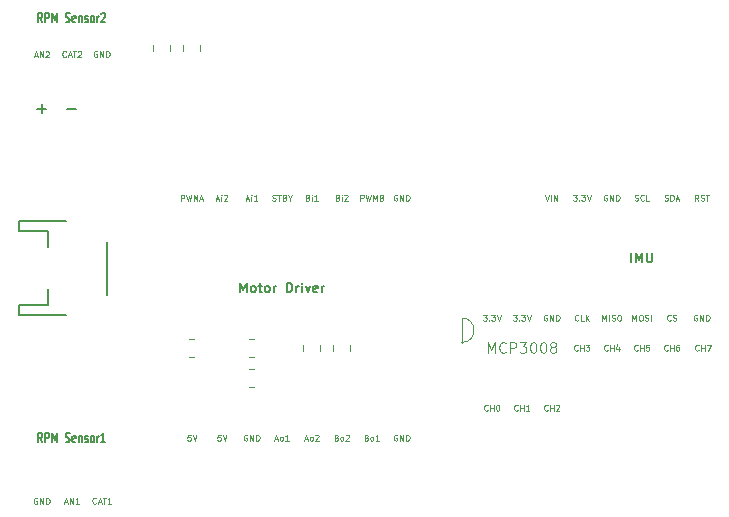
<source format=gbr>
%TF.GenerationSoftware,KiCad,Pcbnew,(6.0.7-1)-1*%
%TF.CreationDate,2022-09-05T19:59:37-07:00*%
%TF.ProjectId,KamiPCBv2,4b616d69-5043-4427-9632-2e6b69636164,rev?*%
%TF.SameCoordinates,Original*%
%TF.FileFunction,Legend,Top*%
%TF.FilePolarity,Positive*%
%FSLAX46Y46*%
G04 Gerber Fmt 4.6, Leading zero omitted, Abs format (unit mm)*
G04 Created by KiCad (PCBNEW (6.0.7-1)-1) date 2022-09-05 19:59:37*
%MOMM*%
%LPD*%
G01*
G04 APERTURE LIST*
%ADD10C,0.120000*%
%ADD11C,0.125000*%
%ADD12C,0.150000*%
%ADD13C,0.121920*%
%ADD14C,0.203200*%
G04 APERTURE END LIST*
D10*
X147320000Y-109220000D02*
X147320000Y-111300000D01*
X147320000Y-111300000D02*
G75*
G03*
X147320000Y-109220000I0J1040000D01*
G01*
D11*
X164492857Y-99262380D02*
X164564285Y-99286190D01*
X164683333Y-99286190D01*
X164730952Y-99262380D01*
X164754761Y-99238571D01*
X164778571Y-99190952D01*
X164778571Y-99143333D01*
X164754761Y-99095714D01*
X164730952Y-99071904D01*
X164683333Y-99048095D01*
X164588095Y-99024285D01*
X164540476Y-99000476D01*
X164516666Y-98976666D01*
X164492857Y-98929047D01*
X164492857Y-98881428D01*
X164516666Y-98833809D01*
X164540476Y-98810000D01*
X164588095Y-98786190D01*
X164707142Y-98786190D01*
X164778571Y-98810000D01*
X164992857Y-99286190D02*
X164992857Y-98786190D01*
X165111904Y-98786190D01*
X165183333Y-98810000D01*
X165230952Y-98857619D01*
X165254761Y-98905238D01*
X165278571Y-99000476D01*
X165278571Y-99071904D01*
X165254761Y-99167142D01*
X165230952Y-99214761D01*
X165183333Y-99262380D01*
X165111904Y-99286190D01*
X164992857Y-99286190D01*
X165469047Y-99143333D02*
X165707142Y-99143333D01*
X165421428Y-99286190D02*
X165588095Y-98786190D01*
X165754761Y-99286190D01*
X159639047Y-98810000D02*
X159591428Y-98786190D01*
X159520000Y-98786190D01*
X159448571Y-98810000D01*
X159400952Y-98857619D01*
X159377142Y-98905238D01*
X159353333Y-99000476D01*
X159353333Y-99071904D01*
X159377142Y-99167142D01*
X159400952Y-99214761D01*
X159448571Y-99262380D01*
X159520000Y-99286190D01*
X159567619Y-99286190D01*
X159639047Y-99262380D01*
X159662857Y-99238571D01*
X159662857Y-99071904D01*
X159567619Y-99071904D01*
X159877142Y-99286190D02*
X159877142Y-98786190D01*
X160162857Y-99286190D01*
X160162857Y-98786190D01*
X160400952Y-99286190D02*
X160400952Y-98786190D01*
X160520000Y-98786190D01*
X160591428Y-98810000D01*
X160639047Y-98857619D01*
X160662857Y-98905238D01*
X160686666Y-99000476D01*
X160686666Y-99071904D01*
X160662857Y-99167142D01*
X160639047Y-99214761D01*
X160591428Y-99262380D01*
X160520000Y-99286190D01*
X160400952Y-99286190D01*
X116351904Y-124898600D02*
X116328095Y-124922409D01*
X116256666Y-124946219D01*
X116209047Y-124946219D01*
X116137619Y-124922409D01*
X116090000Y-124874790D01*
X116066190Y-124827171D01*
X116042380Y-124731933D01*
X116042380Y-124660505D01*
X116066190Y-124565267D01*
X116090000Y-124517648D01*
X116137619Y-124470029D01*
X116209047Y-124446219D01*
X116256666Y-124446219D01*
X116328095Y-124470029D01*
X116351904Y-124493838D01*
X116542380Y-124803362D02*
X116780476Y-124803362D01*
X116494761Y-124946219D02*
X116661428Y-124446219D01*
X116828095Y-124946219D01*
X116923333Y-124446219D02*
X117209047Y-124446219D01*
X117066190Y-124946219D02*
X117066190Y-124446219D01*
X117637619Y-124946219D02*
X117351904Y-124946219D01*
X117494761Y-124946219D02*
X117494761Y-124446219D01*
X117447142Y-124517648D01*
X117399523Y-124565267D01*
X117351904Y-124589076D01*
D12*
X113919047Y-91511428D02*
X114680952Y-91511428D01*
X111814285Y-84181904D02*
X111614285Y-83800952D01*
X111471428Y-84181904D02*
X111471428Y-83381904D01*
X111700000Y-83381904D01*
X111757142Y-83420000D01*
X111785714Y-83458095D01*
X111814285Y-83534285D01*
X111814285Y-83648571D01*
X111785714Y-83724761D01*
X111757142Y-83762857D01*
X111700000Y-83800952D01*
X111471428Y-83800952D01*
X112071428Y-84181904D02*
X112071428Y-83381904D01*
X112300000Y-83381904D01*
X112357142Y-83420000D01*
X112385714Y-83458095D01*
X112414285Y-83534285D01*
X112414285Y-83648571D01*
X112385714Y-83724761D01*
X112357142Y-83762857D01*
X112300000Y-83800952D01*
X112071428Y-83800952D01*
X112671428Y-84181904D02*
X112671428Y-83381904D01*
X112871428Y-83953333D01*
X113071428Y-83381904D01*
X113071428Y-84181904D01*
X113785714Y-84143809D02*
X113871428Y-84181904D01*
X114014285Y-84181904D01*
X114071428Y-84143809D01*
X114100000Y-84105714D01*
X114128571Y-84029523D01*
X114128571Y-83953333D01*
X114100000Y-83877142D01*
X114071428Y-83839047D01*
X114014285Y-83800952D01*
X113900000Y-83762857D01*
X113842857Y-83724761D01*
X113814285Y-83686666D01*
X113785714Y-83610476D01*
X113785714Y-83534285D01*
X113814285Y-83458095D01*
X113842857Y-83420000D01*
X113900000Y-83381904D01*
X114042857Y-83381904D01*
X114128571Y-83420000D01*
X114614285Y-84143809D02*
X114557142Y-84181904D01*
X114442857Y-84181904D01*
X114385714Y-84143809D01*
X114357142Y-84067619D01*
X114357142Y-83762857D01*
X114385714Y-83686666D01*
X114442857Y-83648571D01*
X114557142Y-83648571D01*
X114614285Y-83686666D01*
X114642857Y-83762857D01*
X114642857Y-83839047D01*
X114357142Y-83915238D01*
X114900000Y-83648571D02*
X114900000Y-84181904D01*
X114900000Y-83724761D02*
X114928571Y-83686666D01*
X114985714Y-83648571D01*
X115071428Y-83648571D01*
X115128571Y-83686666D01*
X115157142Y-83762857D01*
X115157142Y-84181904D01*
X115414285Y-84143809D02*
X115471428Y-84181904D01*
X115585714Y-84181904D01*
X115642857Y-84143809D01*
X115671428Y-84067619D01*
X115671428Y-84029523D01*
X115642857Y-83953333D01*
X115585714Y-83915238D01*
X115500000Y-83915238D01*
X115442857Y-83877142D01*
X115414285Y-83800952D01*
X115414285Y-83762857D01*
X115442857Y-83686666D01*
X115500000Y-83648571D01*
X115585714Y-83648571D01*
X115642857Y-83686666D01*
X116014285Y-84181904D02*
X115957142Y-84143809D01*
X115928571Y-84105714D01*
X115900000Y-84029523D01*
X115900000Y-83800952D01*
X115928571Y-83724761D01*
X115957142Y-83686666D01*
X116014285Y-83648571D01*
X116100000Y-83648571D01*
X116157142Y-83686666D01*
X116185714Y-83724761D01*
X116214285Y-83800952D01*
X116214285Y-84029523D01*
X116185714Y-84105714D01*
X116157142Y-84143809D01*
X116100000Y-84181904D01*
X116014285Y-84181904D01*
X116471428Y-84181904D02*
X116471428Y-83648571D01*
X116471428Y-83800952D02*
X116500000Y-83724761D01*
X116528571Y-83686666D01*
X116585714Y-83648571D01*
X116642857Y-83648571D01*
X116814285Y-83458095D02*
X116842857Y-83420000D01*
X116900000Y-83381904D01*
X117042857Y-83381904D01*
X117100000Y-83420000D01*
X117128571Y-83458095D01*
X117157142Y-83534285D01*
X117157142Y-83610476D01*
X117128571Y-83724761D01*
X116785714Y-84181904D01*
X117157142Y-84181904D01*
D11*
X141859047Y-98810000D02*
X141811428Y-98786190D01*
X141740000Y-98786190D01*
X141668571Y-98810000D01*
X141620952Y-98857619D01*
X141597142Y-98905238D01*
X141573333Y-99000476D01*
X141573333Y-99071904D01*
X141597142Y-99167142D01*
X141620952Y-99214761D01*
X141668571Y-99262380D01*
X141740000Y-99286190D01*
X141787619Y-99286190D01*
X141859047Y-99262380D01*
X141882857Y-99238571D01*
X141882857Y-99071904D01*
X141787619Y-99071904D01*
X142097142Y-99286190D02*
X142097142Y-98786190D01*
X142382857Y-99286190D01*
X142382857Y-98786190D01*
X142620952Y-99286190D02*
X142620952Y-98786190D01*
X142740000Y-98786190D01*
X142811428Y-98810000D01*
X142859047Y-98857619D01*
X142882857Y-98905238D01*
X142906666Y-99000476D01*
X142906666Y-99071904D01*
X142882857Y-99167142D01*
X142859047Y-99214761D01*
X142811428Y-99262380D01*
X142740000Y-99286190D01*
X142620952Y-99286190D01*
X159674761Y-111938571D02*
X159650952Y-111962380D01*
X159579523Y-111986190D01*
X159531904Y-111986190D01*
X159460476Y-111962380D01*
X159412857Y-111914761D01*
X159389047Y-111867142D01*
X159365238Y-111771904D01*
X159365238Y-111700476D01*
X159389047Y-111605238D01*
X159412857Y-111557619D01*
X159460476Y-111510000D01*
X159531904Y-111486190D01*
X159579523Y-111486190D01*
X159650952Y-111510000D01*
X159674761Y-111533809D01*
X159889047Y-111986190D02*
X159889047Y-111486190D01*
X159889047Y-111724285D02*
X160174761Y-111724285D01*
X160174761Y-111986190D02*
X160174761Y-111486190D01*
X160627142Y-111652857D02*
X160627142Y-111986190D01*
X160508095Y-111462380D02*
X160389047Y-111819523D01*
X160698571Y-111819523D01*
X129159047Y-119130000D02*
X129111428Y-119106190D01*
X129040000Y-119106190D01*
X128968571Y-119130000D01*
X128920952Y-119177619D01*
X128897142Y-119225238D01*
X128873333Y-119320476D01*
X128873333Y-119391904D01*
X128897142Y-119487142D01*
X128920952Y-119534761D01*
X128968571Y-119582380D01*
X129040000Y-119606190D01*
X129087619Y-119606190D01*
X129159047Y-119582380D01*
X129182857Y-119558571D01*
X129182857Y-119391904D01*
X129087619Y-119391904D01*
X129397142Y-119606190D02*
X129397142Y-119106190D01*
X129682857Y-119606190D01*
X129682857Y-119106190D01*
X129920952Y-119606190D02*
X129920952Y-119106190D01*
X130040000Y-119106190D01*
X130111428Y-119130000D01*
X130159047Y-119177619D01*
X130182857Y-119225238D01*
X130206666Y-119320476D01*
X130206666Y-119391904D01*
X130182857Y-119487142D01*
X130159047Y-119534761D01*
X130111428Y-119582380D01*
X130040000Y-119606190D01*
X129920952Y-119606190D01*
X111379047Y-124491416D02*
X111331428Y-124467606D01*
X111260000Y-124467606D01*
X111188571Y-124491416D01*
X111140952Y-124539035D01*
X111117142Y-124586654D01*
X111093333Y-124681892D01*
X111093333Y-124753320D01*
X111117142Y-124848558D01*
X111140952Y-124896177D01*
X111188571Y-124943796D01*
X111260000Y-124967606D01*
X111307619Y-124967606D01*
X111379047Y-124943796D01*
X111402857Y-124919987D01*
X111402857Y-124753320D01*
X111307619Y-124753320D01*
X111617142Y-124967606D02*
X111617142Y-124467606D01*
X111902857Y-124967606D01*
X111902857Y-124467606D01*
X112140952Y-124967606D02*
X112140952Y-124467606D01*
X112260000Y-124467606D01*
X112331428Y-124491416D01*
X112379047Y-124539035D01*
X112402857Y-124586654D01*
X112426666Y-124681892D01*
X112426666Y-124753320D01*
X112402857Y-124848558D01*
X112379047Y-124896177D01*
X112331428Y-124943796D01*
X112260000Y-124967606D01*
X112140952Y-124967606D01*
X167376560Y-111938571D02*
X167352751Y-111962380D01*
X167281322Y-111986190D01*
X167233703Y-111986190D01*
X167162275Y-111962380D01*
X167114656Y-111914761D01*
X167090846Y-111867142D01*
X167067037Y-111771904D01*
X167067037Y-111700476D01*
X167090846Y-111605238D01*
X167114656Y-111557619D01*
X167162275Y-111510000D01*
X167233703Y-111486190D01*
X167281322Y-111486190D01*
X167352751Y-111510000D01*
X167376560Y-111533809D01*
X167590846Y-111986190D02*
X167590846Y-111486190D01*
X167590846Y-111724285D02*
X167876560Y-111724285D01*
X167876560Y-111986190D02*
X167876560Y-111486190D01*
X168067037Y-111486190D02*
X168400370Y-111486190D01*
X168186084Y-111986190D01*
X167259047Y-108970000D02*
X167211428Y-108946190D01*
X167140000Y-108946190D01*
X167068571Y-108970000D01*
X167020952Y-109017619D01*
X166997142Y-109065238D01*
X166973333Y-109160476D01*
X166973333Y-109231904D01*
X166997142Y-109327142D01*
X167020952Y-109374761D01*
X167068571Y-109422380D01*
X167140000Y-109446190D01*
X167187619Y-109446190D01*
X167259047Y-109422380D01*
X167282857Y-109398571D01*
X167282857Y-109231904D01*
X167187619Y-109231904D01*
X167497142Y-109446190D02*
X167497142Y-108946190D01*
X167782857Y-109446190D01*
X167782857Y-108946190D01*
X168020952Y-109446190D02*
X168020952Y-108946190D01*
X168140000Y-108946190D01*
X168211428Y-108970000D01*
X168259047Y-109017619D01*
X168282857Y-109065238D01*
X168306666Y-109160476D01*
X168306666Y-109231904D01*
X168282857Y-109327142D01*
X168259047Y-109374761D01*
X168211428Y-109422380D01*
X168140000Y-109446190D01*
X168020952Y-109446190D01*
X126904761Y-119106190D02*
X126666666Y-119106190D01*
X126642857Y-119344285D01*
X126666666Y-119320476D01*
X126714285Y-119296666D01*
X126833333Y-119296666D01*
X126880952Y-119320476D01*
X126904761Y-119344285D01*
X126928571Y-119391904D01*
X126928571Y-119510952D01*
X126904761Y-119558571D01*
X126880952Y-119582380D01*
X126833333Y-119606190D01*
X126714285Y-119606190D01*
X126666666Y-119582380D01*
X126642857Y-119558571D01*
X127071428Y-119106190D02*
X127238095Y-119606190D01*
X127404761Y-119106190D01*
X123543333Y-99286190D02*
X123543333Y-98786190D01*
X123733809Y-98786190D01*
X123781428Y-98810000D01*
X123805238Y-98833809D01*
X123829047Y-98881428D01*
X123829047Y-98952857D01*
X123805238Y-99000476D01*
X123781428Y-99024285D01*
X123733809Y-99048095D01*
X123543333Y-99048095D01*
X123995714Y-98786190D02*
X124114761Y-99286190D01*
X124210000Y-98929047D01*
X124305238Y-99286190D01*
X124424285Y-98786190D01*
X124614761Y-99286190D02*
X124614761Y-98786190D01*
X124781428Y-99143333D01*
X124948095Y-98786190D01*
X124948095Y-99286190D01*
X125162380Y-99143333D02*
X125400476Y-99143333D01*
X125114761Y-99286190D02*
X125281428Y-98786190D01*
X125448095Y-99286190D01*
X113811904Y-87078571D02*
X113788095Y-87102380D01*
X113716666Y-87126190D01*
X113669047Y-87126190D01*
X113597619Y-87102380D01*
X113550000Y-87054761D01*
X113526190Y-87007142D01*
X113502380Y-86911904D01*
X113502380Y-86840476D01*
X113526190Y-86745238D01*
X113550000Y-86697619D01*
X113597619Y-86650000D01*
X113669047Y-86626190D01*
X113716666Y-86626190D01*
X113788095Y-86650000D01*
X113811904Y-86673809D01*
X114002380Y-86983333D02*
X114240476Y-86983333D01*
X113954761Y-87126190D02*
X114121428Y-86626190D01*
X114288095Y-87126190D01*
X114383333Y-86626190D02*
X114669047Y-86626190D01*
X114526190Y-87126190D02*
X114526190Y-86626190D01*
X114811904Y-86673809D02*
X114835714Y-86650000D01*
X114883333Y-86626190D01*
X115002380Y-86626190D01*
X115050000Y-86650000D01*
X115073809Y-86673809D01*
X115097619Y-86721428D01*
X115097619Y-86769047D01*
X115073809Y-86840476D01*
X114788095Y-87126190D01*
X115097619Y-87126190D01*
X138747619Y-99286190D02*
X138747619Y-98786190D01*
X138938095Y-98786190D01*
X138985714Y-98810000D01*
X139009523Y-98833809D01*
X139033333Y-98881428D01*
X139033333Y-98952857D01*
X139009523Y-99000476D01*
X138985714Y-99024285D01*
X138938095Y-99048095D01*
X138747619Y-99048095D01*
X139200000Y-98786190D02*
X139319047Y-99286190D01*
X139414285Y-98929047D01*
X139509523Y-99286190D01*
X139628571Y-98786190D01*
X139819047Y-99286190D02*
X139819047Y-98786190D01*
X139985714Y-99143333D01*
X140152380Y-98786190D01*
X140152380Y-99286190D01*
X140557142Y-99024285D02*
X140628571Y-99048095D01*
X140652380Y-99071904D01*
X140676190Y-99119523D01*
X140676190Y-99190952D01*
X140652380Y-99238571D01*
X140628571Y-99262380D01*
X140580952Y-99286190D01*
X140390476Y-99286190D01*
X140390476Y-98786190D01*
X140557142Y-98786190D01*
X140604761Y-98810000D01*
X140628571Y-98833809D01*
X140652380Y-98881428D01*
X140652380Y-98929047D01*
X140628571Y-98976666D01*
X140604761Y-99000476D01*
X140557142Y-99024285D01*
X140390476Y-99024285D01*
X141859047Y-119130000D02*
X141811428Y-119106190D01*
X141740000Y-119106190D01*
X141668571Y-119130000D01*
X141620952Y-119177619D01*
X141597142Y-119225238D01*
X141573333Y-119320476D01*
X141573333Y-119391904D01*
X141597142Y-119487142D01*
X141620952Y-119534761D01*
X141668571Y-119582380D01*
X141740000Y-119606190D01*
X141787619Y-119606190D01*
X141859047Y-119582380D01*
X141882857Y-119558571D01*
X141882857Y-119391904D01*
X141787619Y-119391904D01*
X142097142Y-119606190D02*
X142097142Y-119106190D01*
X142382857Y-119606190D01*
X142382857Y-119106190D01*
X142620952Y-119606190D02*
X142620952Y-119106190D01*
X142740000Y-119106190D01*
X142811428Y-119130000D01*
X142859047Y-119177619D01*
X142882857Y-119225238D01*
X142906666Y-119320476D01*
X142906666Y-119391904D01*
X142882857Y-119487142D01*
X142859047Y-119534761D01*
X142811428Y-119582380D01*
X142740000Y-119606190D01*
X142620952Y-119606190D01*
X165016666Y-109398571D02*
X164992857Y-109422380D01*
X164921428Y-109446190D01*
X164873809Y-109446190D01*
X164802380Y-109422380D01*
X164754761Y-109374761D01*
X164730952Y-109327142D01*
X164707142Y-109231904D01*
X164707142Y-109160476D01*
X164730952Y-109065238D01*
X164754761Y-109017619D01*
X164802380Y-108970000D01*
X164873809Y-108946190D01*
X164921428Y-108946190D01*
X164992857Y-108970000D01*
X165016666Y-108993809D01*
X165207142Y-109422380D02*
X165278571Y-109446190D01*
X165397619Y-109446190D01*
X165445238Y-109422380D01*
X165469047Y-109398571D01*
X165492857Y-109350952D01*
X165492857Y-109303333D01*
X165469047Y-109255714D01*
X165445238Y-109231904D01*
X165397619Y-109208095D01*
X165302380Y-109184285D01*
X165254761Y-109160476D01*
X165230952Y-109136666D01*
X165207142Y-109089047D01*
X165207142Y-109041428D01*
X165230952Y-108993809D01*
X165254761Y-108970000D01*
X165302380Y-108946190D01*
X165421428Y-108946190D01*
X165492857Y-108970000D01*
X139271428Y-119344285D02*
X139342857Y-119368095D01*
X139366666Y-119391904D01*
X139390476Y-119439523D01*
X139390476Y-119510952D01*
X139366666Y-119558571D01*
X139342857Y-119582380D01*
X139295238Y-119606190D01*
X139104761Y-119606190D01*
X139104761Y-119106190D01*
X139271428Y-119106190D01*
X139319047Y-119130000D01*
X139342857Y-119153809D01*
X139366666Y-119201428D01*
X139366666Y-119249047D01*
X139342857Y-119296666D01*
X139319047Y-119320476D01*
X139271428Y-119344285D01*
X139104761Y-119344285D01*
X139676190Y-119606190D02*
X139628571Y-119582380D01*
X139604761Y-119558571D01*
X139580952Y-119510952D01*
X139580952Y-119368095D01*
X139604761Y-119320476D01*
X139628571Y-119296666D01*
X139676190Y-119272857D01*
X139747619Y-119272857D01*
X139795238Y-119296666D01*
X139819047Y-119320476D01*
X139842857Y-119368095D01*
X139842857Y-119510952D01*
X139819047Y-119558571D01*
X139795238Y-119582380D01*
X139747619Y-119606190D01*
X139676190Y-119606190D01*
X140319047Y-119606190D02*
X140033333Y-119606190D01*
X140176190Y-119606190D02*
X140176190Y-119106190D01*
X140128571Y-119177619D01*
X140080952Y-119225238D01*
X140033333Y-119249047D01*
X129063809Y-99143333D02*
X129301904Y-99143333D01*
X129016190Y-99286190D02*
X129182857Y-98786190D01*
X129349523Y-99286190D01*
X129516190Y-99286190D02*
X129516190Y-98952857D01*
X129516190Y-98786190D02*
X129492380Y-98810000D01*
X129516190Y-98833809D01*
X129540000Y-98810000D01*
X129516190Y-98786190D01*
X129516190Y-98833809D01*
X130016190Y-99286190D02*
X129730476Y-99286190D01*
X129873333Y-99286190D02*
X129873333Y-98786190D01*
X129825714Y-98857619D01*
X129778095Y-98905238D01*
X129730476Y-98929047D01*
X131496666Y-119463333D02*
X131734761Y-119463333D01*
X131449047Y-119606190D02*
X131615714Y-119106190D01*
X131782380Y-119606190D01*
X132020476Y-119606190D02*
X131972857Y-119582380D01*
X131949047Y-119558571D01*
X131925238Y-119510952D01*
X131925238Y-119368095D01*
X131949047Y-119320476D01*
X131972857Y-119296666D01*
X132020476Y-119272857D01*
X132091904Y-119272857D01*
X132139523Y-119296666D01*
X132163333Y-119320476D01*
X132187142Y-119368095D01*
X132187142Y-119510952D01*
X132163333Y-119558571D01*
X132139523Y-119582380D01*
X132091904Y-119606190D01*
X132020476Y-119606190D01*
X132663333Y-119606190D02*
X132377619Y-119606190D01*
X132520476Y-119606190D02*
X132520476Y-119106190D01*
X132472857Y-119177619D01*
X132425238Y-119225238D01*
X132377619Y-119249047D01*
X149514761Y-117018571D02*
X149490952Y-117042380D01*
X149419523Y-117066190D01*
X149371904Y-117066190D01*
X149300476Y-117042380D01*
X149252857Y-116994761D01*
X149229047Y-116947142D01*
X149205238Y-116851904D01*
X149205238Y-116780476D01*
X149229047Y-116685238D01*
X149252857Y-116637619D01*
X149300476Y-116590000D01*
X149371904Y-116566190D01*
X149419523Y-116566190D01*
X149490952Y-116590000D01*
X149514761Y-116613809D01*
X149729047Y-117066190D02*
X149729047Y-116566190D01*
X149729047Y-116804285D02*
X150014761Y-116804285D01*
X150014761Y-117066190D02*
X150014761Y-116566190D01*
X150348095Y-116566190D02*
X150395714Y-116566190D01*
X150443333Y-116590000D01*
X150467142Y-116613809D01*
X150490952Y-116661428D01*
X150514761Y-116756666D01*
X150514761Y-116875714D01*
X150490952Y-116970952D01*
X150467142Y-117018571D01*
X150443333Y-117042380D01*
X150395714Y-117066190D01*
X150348095Y-117066190D01*
X150300476Y-117042380D01*
X150276666Y-117018571D01*
X150252857Y-116970952D01*
X150229047Y-116875714D01*
X150229047Y-116756666D01*
X150252857Y-116661428D01*
X150276666Y-116613809D01*
X150300476Y-116590000D01*
X150348095Y-116566190D01*
X162214761Y-111938571D02*
X162190952Y-111962380D01*
X162119523Y-111986190D01*
X162071904Y-111986190D01*
X162000476Y-111962380D01*
X161952857Y-111914761D01*
X161929047Y-111867142D01*
X161905238Y-111771904D01*
X161905238Y-111700476D01*
X161929047Y-111605238D01*
X161952857Y-111557619D01*
X162000476Y-111510000D01*
X162071904Y-111486190D01*
X162119523Y-111486190D01*
X162190952Y-111510000D01*
X162214761Y-111533809D01*
X162429047Y-111986190D02*
X162429047Y-111486190D01*
X162429047Y-111724285D02*
X162714761Y-111724285D01*
X162714761Y-111986190D02*
X162714761Y-111486190D01*
X163190952Y-111486190D02*
X162952857Y-111486190D01*
X162929047Y-111724285D01*
X162952857Y-111700476D01*
X163000476Y-111676666D01*
X163119523Y-111676666D01*
X163167142Y-111700476D01*
X163190952Y-111724285D01*
X163214761Y-111771904D01*
X163214761Y-111890952D01*
X163190952Y-111938571D01*
X163167142Y-111962380D01*
X163119523Y-111986190D01*
X163000476Y-111986190D01*
X162952857Y-111962380D01*
X162929047Y-111938571D01*
X136838571Y-99024285D02*
X136910000Y-99048095D01*
X136933809Y-99071904D01*
X136957619Y-99119523D01*
X136957619Y-99190952D01*
X136933809Y-99238571D01*
X136910000Y-99262380D01*
X136862380Y-99286190D01*
X136671904Y-99286190D01*
X136671904Y-98786190D01*
X136838571Y-98786190D01*
X136886190Y-98810000D01*
X136910000Y-98833809D01*
X136933809Y-98881428D01*
X136933809Y-98929047D01*
X136910000Y-98976666D01*
X136886190Y-99000476D01*
X136838571Y-99024285D01*
X136671904Y-99024285D01*
X137171904Y-99286190D02*
X137171904Y-98952857D01*
X137171904Y-98786190D02*
X137148095Y-98810000D01*
X137171904Y-98833809D01*
X137195714Y-98810000D01*
X137171904Y-98786190D01*
X137171904Y-98833809D01*
X137386190Y-98833809D02*
X137410000Y-98810000D01*
X137457619Y-98786190D01*
X137576666Y-98786190D01*
X137624285Y-98810000D01*
X137648095Y-98833809D01*
X137671904Y-98881428D01*
X137671904Y-98929047D01*
X137648095Y-99000476D01*
X137362380Y-99286190D01*
X137671904Y-99286190D01*
X157134761Y-111938571D02*
X157110952Y-111962380D01*
X157039523Y-111986190D01*
X156991904Y-111986190D01*
X156920476Y-111962380D01*
X156872857Y-111914761D01*
X156849047Y-111867142D01*
X156825238Y-111771904D01*
X156825238Y-111700476D01*
X156849047Y-111605238D01*
X156872857Y-111557619D01*
X156920476Y-111510000D01*
X156991904Y-111486190D01*
X157039523Y-111486190D01*
X157110952Y-111510000D01*
X157134761Y-111533809D01*
X157349047Y-111986190D02*
X157349047Y-111486190D01*
X157349047Y-111724285D02*
X157634761Y-111724285D01*
X157634761Y-111986190D02*
X157634761Y-111486190D01*
X157825238Y-111486190D02*
X158134761Y-111486190D01*
X157968095Y-111676666D01*
X158039523Y-111676666D01*
X158087142Y-111700476D01*
X158110952Y-111724285D01*
X158134761Y-111771904D01*
X158134761Y-111890952D01*
X158110952Y-111938571D01*
X158087142Y-111962380D01*
X158039523Y-111986190D01*
X157896666Y-111986190D01*
X157849047Y-111962380D01*
X157825238Y-111938571D01*
X149121904Y-108946190D02*
X149431428Y-108946190D01*
X149264761Y-109136666D01*
X149336190Y-109136666D01*
X149383809Y-109160476D01*
X149407619Y-109184285D01*
X149431428Y-109231904D01*
X149431428Y-109350952D01*
X149407619Y-109398571D01*
X149383809Y-109422380D01*
X149336190Y-109446190D01*
X149193333Y-109446190D01*
X149145714Y-109422380D01*
X149121904Y-109398571D01*
X149645714Y-109398571D02*
X149669523Y-109422380D01*
X149645714Y-109446190D01*
X149621904Y-109422380D01*
X149645714Y-109398571D01*
X149645714Y-109446190D01*
X149836190Y-108946190D02*
X150145714Y-108946190D01*
X149979047Y-109136666D01*
X150050476Y-109136666D01*
X150098095Y-109160476D01*
X150121904Y-109184285D01*
X150145714Y-109231904D01*
X150145714Y-109350952D01*
X150121904Y-109398571D01*
X150098095Y-109422380D01*
X150050476Y-109446190D01*
X149907619Y-109446190D01*
X149860000Y-109422380D01*
X149836190Y-109398571D01*
X150288571Y-108946190D02*
X150455238Y-109446190D01*
X150621904Y-108946190D01*
D12*
X111814285Y-119741904D02*
X111614285Y-119360952D01*
X111471428Y-119741904D02*
X111471428Y-118941904D01*
X111700000Y-118941904D01*
X111757142Y-118980000D01*
X111785714Y-119018095D01*
X111814285Y-119094285D01*
X111814285Y-119208571D01*
X111785714Y-119284761D01*
X111757142Y-119322857D01*
X111700000Y-119360952D01*
X111471428Y-119360952D01*
X112071428Y-119741904D02*
X112071428Y-118941904D01*
X112300000Y-118941904D01*
X112357142Y-118980000D01*
X112385714Y-119018095D01*
X112414285Y-119094285D01*
X112414285Y-119208571D01*
X112385714Y-119284761D01*
X112357142Y-119322857D01*
X112300000Y-119360952D01*
X112071428Y-119360952D01*
X112671428Y-119741904D02*
X112671428Y-118941904D01*
X112871428Y-119513333D01*
X113071428Y-118941904D01*
X113071428Y-119741904D01*
X113785714Y-119703809D02*
X113871428Y-119741904D01*
X114014285Y-119741904D01*
X114071428Y-119703809D01*
X114100000Y-119665714D01*
X114128571Y-119589523D01*
X114128571Y-119513333D01*
X114100000Y-119437142D01*
X114071428Y-119399047D01*
X114014285Y-119360952D01*
X113900000Y-119322857D01*
X113842857Y-119284761D01*
X113814285Y-119246666D01*
X113785714Y-119170476D01*
X113785714Y-119094285D01*
X113814285Y-119018095D01*
X113842857Y-118980000D01*
X113900000Y-118941904D01*
X114042857Y-118941904D01*
X114128571Y-118980000D01*
X114614285Y-119703809D02*
X114557142Y-119741904D01*
X114442857Y-119741904D01*
X114385714Y-119703809D01*
X114357142Y-119627619D01*
X114357142Y-119322857D01*
X114385714Y-119246666D01*
X114442857Y-119208571D01*
X114557142Y-119208571D01*
X114614285Y-119246666D01*
X114642857Y-119322857D01*
X114642857Y-119399047D01*
X114357142Y-119475238D01*
X114900000Y-119208571D02*
X114900000Y-119741904D01*
X114900000Y-119284761D02*
X114928571Y-119246666D01*
X114985714Y-119208571D01*
X115071428Y-119208571D01*
X115128571Y-119246666D01*
X115157142Y-119322857D01*
X115157142Y-119741904D01*
X115414285Y-119703809D02*
X115471428Y-119741904D01*
X115585714Y-119741904D01*
X115642857Y-119703809D01*
X115671428Y-119627619D01*
X115671428Y-119589523D01*
X115642857Y-119513333D01*
X115585714Y-119475238D01*
X115500000Y-119475238D01*
X115442857Y-119437142D01*
X115414285Y-119360952D01*
X115414285Y-119322857D01*
X115442857Y-119246666D01*
X115500000Y-119208571D01*
X115585714Y-119208571D01*
X115642857Y-119246666D01*
X116014285Y-119741904D02*
X115957142Y-119703809D01*
X115928571Y-119665714D01*
X115900000Y-119589523D01*
X115900000Y-119360952D01*
X115928571Y-119284761D01*
X115957142Y-119246666D01*
X116014285Y-119208571D01*
X116100000Y-119208571D01*
X116157142Y-119246666D01*
X116185714Y-119284761D01*
X116214285Y-119360952D01*
X116214285Y-119589523D01*
X116185714Y-119665714D01*
X116157142Y-119703809D01*
X116100000Y-119741904D01*
X116014285Y-119741904D01*
X116471428Y-119741904D02*
X116471428Y-119208571D01*
X116471428Y-119360952D02*
X116500000Y-119284761D01*
X116528571Y-119246666D01*
X116585714Y-119208571D01*
X116642857Y-119208571D01*
X117157142Y-119741904D02*
X116814285Y-119741904D01*
X116985714Y-119741904D02*
X116985714Y-118941904D01*
X116928571Y-119056190D01*
X116871428Y-119132380D01*
X116814285Y-119170476D01*
D11*
X113680952Y-124803362D02*
X113919047Y-124803362D01*
X113633333Y-124946219D02*
X113800000Y-124446219D01*
X113966666Y-124946219D01*
X114133333Y-124946219D02*
X114133333Y-124446219D01*
X114419047Y-124946219D01*
X114419047Y-124446219D01*
X114919047Y-124946219D02*
X114633333Y-124946219D01*
X114776190Y-124946219D02*
X114776190Y-124446219D01*
X114728571Y-124517648D01*
X114680952Y-124565267D01*
X114633333Y-124589076D01*
X161774285Y-109446190D02*
X161774285Y-108946190D01*
X161940952Y-109303333D01*
X162107619Y-108946190D01*
X162107619Y-109446190D01*
X162440952Y-108946190D02*
X162536190Y-108946190D01*
X162583809Y-108970000D01*
X162631428Y-109017619D01*
X162655238Y-109112857D01*
X162655238Y-109279523D01*
X162631428Y-109374761D01*
X162583809Y-109422380D01*
X162536190Y-109446190D01*
X162440952Y-109446190D01*
X162393333Y-109422380D01*
X162345714Y-109374761D01*
X162321904Y-109279523D01*
X162321904Y-109112857D01*
X162345714Y-109017619D01*
X162393333Y-108970000D01*
X162440952Y-108946190D01*
X162845714Y-109422380D02*
X162917142Y-109446190D01*
X163036190Y-109446190D01*
X163083809Y-109422380D01*
X163107619Y-109398571D01*
X163131428Y-109350952D01*
X163131428Y-109303333D01*
X163107619Y-109255714D01*
X163083809Y-109231904D01*
X163036190Y-109208095D01*
X162940952Y-109184285D01*
X162893333Y-109160476D01*
X162869523Y-109136666D01*
X162845714Y-109089047D01*
X162845714Y-109041428D01*
X162869523Y-108993809D01*
X162893333Y-108970000D01*
X162940952Y-108946190D01*
X163060000Y-108946190D01*
X163131428Y-108970000D01*
X163345714Y-109446190D02*
X163345714Y-108946190D01*
X167366190Y-99286190D02*
X167199523Y-99048095D01*
X167080476Y-99286190D02*
X167080476Y-98786190D01*
X167270952Y-98786190D01*
X167318571Y-98810000D01*
X167342380Y-98833809D01*
X167366190Y-98881428D01*
X167366190Y-98952857D01*
X167342380Y-99000476D01*
X167318571Y-99024285D01*
X167270952Y-99048095D01*
X167080476Y-99048095D01*
X167556666Y-99262380D02*
X167628095Y-99286190D01*
X167747142Y-99286190D01*
X167794761Y-99262380D01*
X167818571Y-99238571D01*
X167842380Y-99190952D01*
X167842380Y-99143333D01*
X167818571Y-99095714D01*
X167794761Y-99071904D01*
X167747142Y-99048095D01*
X167651904Y-99024285D01*
X167604285Y-99000476D01*
X167580476Y-98976666D01*
X167556666Y-98929047D01*
X167556666Y-98881428D01*
X167580476Y-98833809D01*
X167604285Y-98810000D01*
X167651904Y-98786190D01*
X167770952Y-98786190D01*
X167842380Y-98810000D01*
X167985238Y-98786190D02*
X168270952Y-98786190D01*
X168128095Y-99286190D02*
X168128095Y-98786190D01*
X161964761Y-99262380D02*
X162036190Y-99286190D01*
X162155238Y-99286190D01*
X162202857Y-99262380D01*
X162226666Y-99238571D01*
X162250476Y-99190952D01*
X162250476Y-99143333D01*
X162226666Y-99095714D01*
X162202857Y-99071904D01*
X162155238Y-99048095D01*
X162060000Y-99024285D01*
X162012380Y-99000476D01*
X161988571Y-98976666D01*
X161964761Y-98929047D01*
X161964761Y-98881428D01*
X161988571Y-98833809D01*
X162012380Y-98810000D01*
X162060000Y-98786190D01*
X162179047Y-98786190D01*
X162250476Y-98810000D01*
X162750476Y-99238571D02*
X162726666Y-99262380D01*
X162655238Y-99286190D01*
X162607619Y-99286190D01*
X162536190Y-99262380D01*
X162488571Y-99214761D01*
X162464761Y-99167142D01*
X162440952Y-99071904D01*
X162440952Y-99000476D01*
X162464761Y-98905238D01*
X162488571Y-98857619D01*
X162536190Y-98810000D01*
X162607619Y-98786190D01*
X162655238Y-98786190D01*
X162726666Y-98810000D01*
X162750476Y-98833809D01*
X163202857Y-99286190D02*
X162964761Y-99286190D01*
X162964761Y-98786190D01*
D12*
X111379047Y-91511428D02*
X112140952Y-91511428D01*
X111760000Y-91892380D02*
X111760000Y-91130476D01*
D11*
X164754761Y-111938571D02*
X164730952Y-111962380D01*
X164659523Y-111986190D01*
X164611904Y-111986190D01*
X164540476Y-111962380D01*
X164492857Y-111914761D01*
X164469047Y-111867142D01*
X164445238Y-111771904D01*
X164445238Y-111700476D01*
X164469047Y-111605238D01*
X164492857Y-111557619D01*
X164540476Y-111510000D01*
X164611904Y-111486190D01*
X164659523Y-111486190D01*
X164730952Y-111510000D01*
X164754761Y-111533809D01*
X164969047Y-111986190D02*
X164969047Y-111486190D01*
X164969047Y-111724285D02*
X165254761Y-111724285D01*
X165254761Y-111986190D02*
X165254761Y-111486190D01*
X165707142Y-111486190D02*
X165611904Y-111486190D01*
X165564285Y-111510000D01*
X165540476Y-111533809D01*
X165492857Y-111605238D01*
X165469047Y-111700476D01*
X165469047Y-111890952D01*
X165492857Y-111938571D01*
X165516666Y-111962380D01*
X165564285Y-111986190D01*
X165659523Y-111986190D01*
X165707142Y-111962380D01*
X165730952Y-111938571D01*
X165754761Y-111890952D01*
X165754761Y-111771904D01*
X165730952Y-111724285D01*
X165707142Y-111700476D01*
X165659523Y-111676666D01*
X165564285Y-111676666D01*
X165516666Y-111700476D01*
X165492857Y-111724285D01*
X165469047Y-111771904D01*
X111140952Y-87004720D02*
X111379047Y-87004720D01*
X111093333Y-87147577D02*
X111260000Y-86647577D01*
X111426666Y-87147577D01*
X111593333Y-87147577D02*
X111593333Y-86647577D01*
X111879047Y-87147577D01*
X111879047Y-86647577D01*
X112093333Y-86695196D02*
X112117142Y-86671387D01*
X112164761Y-86647577D01*
X112283809Y-86647577D01*
X112331428Y-86671387D01*
X112355238Y-86695196D01*
X112379047Y-86742815D01*
X112379047Y-86790434D01*
X112355238Y-86861863D01*
X112069523Y-87147577D01*
X112379047Y-87147577D01*
X152054761Y-117018571D02*
X152030952Y-117042380D01*
X151959523Y-117066190D01*
X151911904Y-117066190D01*
X151840476Y-117042380D01*
X151792857Y-116994761D01*
X151769047Y-116947142D01*
X151745238Y-116851904D01*
X151745238Y-116780476D01*
X151769047Y-116685238D01*
X151792857Y-116637619D01*
X151840476Y-116590000D01*
X151911904Y-116566190D01*
X151959523Y-116566190D01*
X152030952Y-116590000D01*
X152054761Y-116613809D01*
X152269047Y-117066190D02*
X152269047Y-116566190D01*
X152269047Y-116804285D02*
X152554761Y-116804285D01*
X152554761Y-117066190D02*
X152554761Y-116566190D01*
X153054761Y-117066190D02*
X152769047Y-117066190D01*
X152911904Y-117066190D02*
X152911904Y-116566190D01*
X152864285Y-116637619D01*
X152816666Y-116685238D01*
X152769047Y-116709047D01*
X159234285Y-109446190D02*
X159234285Y-108946190D01*
X159400952Y-109303333D01*
X159567619Y-108946190D01*
X159567619Y-109446190D01*
X159805714Y-109446190D02*
X159805714Y-108946190D01*
X160020000Y-109422380D02*
X160091428Y-109446190D01*
X160210476Y-109446190D01*
X160258095Y-109422380D01*
X160281904Y-109398571D01*
X160305714Y-109350952D01*
X160305714Y-109303333D01*
X160281904Y-109255714D01*
X160258095Y-109231904D01*
X160210476Y-109208095D01*
X160115238Y-109184285D01*
X160067619Y-109160476D01*
X160043809Y-109136666D01*
X160020000Y-109089047D01*
X160020000Y-109041428D01*
X160043809Y-108993809D01*
X160067619Y-108970000D01*
X160115238Y-108946190D01*
X160234285Y-108946190D01*
X160305714Y-108970000D01*
X160615238Y-108946190D02*
X160710476Y-108946190D01*
X160758095Y-108970000D01*
X160805714Y-109017619D01*
X160829523Y-109112857D01*
X160829523Y-109279523D01*
X160805714Y-109374761D01*
X160758095Y-109422380D01*
X160710476Y-109446190D01*
X160615238Y-109446190D01*
X160567619Y-109422380D01*
X160520000Y-109374761D01*
X160496190Y-109279523D01*
X160496190Y-109112857D01*
X160520000Y-109017619D01*
X160567619Y-108970000D01*
X160615238Y-108946190D01*
D13*
X149504883Y-112164464D02*
X149504883Y-111270384D01*
X149802910Y-111909013D01*
X150100937Y-111270384D01*
X150100937Y-112164464D01*
X151037592Y-112079314D02*
X150995017Y-112121889D01*
X150867291Y-112164464D01*
X150782140Y-112164464D01*
X150654415Y-112121889D01*
X150569264Y-112036739D01*
X150526689Y-111951588D01*
X150484114Y-111781287D01*
X150484114Y-111653561D01*
X150526689Y-111483260D01*
X150569264Y-111398110D01*
X150654415Y-111312960D01*
X150782140Y-111270384D01*
X150867291Y-111270384D01*
X150995017Y-111312960D01*
X151037592Y-111355535D01*
X151420769Y-112164464D02*
X151420769Y-111270384D01*
X151761371Y-111270384D01*
X151846521Y-111312960D01*
X151889097Y-111355535D01*
X151931672Y-111440685D01*
X151931672Y-111568411D01*
X151889097Y-111653561D01*
X151846521Y-111696137D01*
X151761371Y-111738712D01*
X151420769Y-111738712D01*
X152229699Y-111270384D02*
X152783177Y-111270384D01*
X152485150Y-111610986D01*
X152612876Y-111610986D01*
X152698026Y-111653561D01*
X152740601Y-111696137D01*
X152783177Y-111781287D01*
X152783177Y-111994163D01*
X152740601Y-112079314D01*
X152698026Y-112121889D01*
X152612876Y-112164464D01*
X152357424Y-112164464D01*
X152272274Y-112121889D01*
X152229699Y-112079314D01*
X153336655Y-111270384D02*
X153421805Y-111270384D01*
X153506956Y-111312960D01*
X153549531Y-111355535D01*
X153592106Y-111440685D01*
X153634681Y-111610986D01*
X153634681Y-111823862D01*
X153592106Y-111994163D01*
X153549531Y-112079314D01*
X153506956Y-112121889D01*
X153421805Y-112164464D01*
X153336655Y-112164464D01*
X153251504Y-112121889D01*
X153208929Y-112079314D01*
X153166354Y-111994163D01*
X153123779Y-111823862D01*
X153123779Y-111610986D01*
X153166354Y-111440685D01*
X153208929Y-111355535D01*
X153251504Y-111312960D01*
X153336655Y-111270384D01*
X154188160Y-111270384D02*
X154273310Y-111270384D01*
X154358460Y-111312960D01*
X154401036Y-111355535D01*
X154443611Y-111440685D01*
X154486186Y-111610986D01*
X154486186Y-111823862D01*
X154443611Y-111994163D01*
X154401036Y-112079314D01*
X154358460Y-112121889D01*
X154273310Y-112164464D01*
X154188160Y-112164464D01*
X154103009Y-112121889D01*
X154060434Y-112079314D01*
X154017859Y-111994163D01*
X153975283Y-111823862D01*
X153975283Y-111610986D01*
X154017859Y-111440685D01*
X154060434Y-111355535D01*
X154103009Y-111312960D01*
X154188160Y-111270384D01*
X154997089Y-111653561D02*
X154911939Y-111610986D01*
X154869363Y-111568411D01*
X154826788Y-111483260D01*
X154826788Y-111440685D01*
X154869363Y-111355535D01*
X154911939Y-111312960D01*
X154997089Y-111270384D01*
X155167390Y-111270384D01*
X155252540Y-111312960D01*
X155295116Y-111355535D01*
X155337691Y-111440685D01*
X155337691Y-111483260D01*
X155295116Y-111568411D01*
X155252540Y-111610986D01*
X155167390Y-111653561D01*
X154997089Y-111653561D01*
X154911939Y-111696137D01*
X154869363Y-111738712D01*
X154826788Y-111823862D01*
X154826788Y-111994163D01*
X154869363Y-112079314D01*
X154911939Y-112121889D01*
X154997089Y-112164464D01*
X155167390Y-112164464D01*
X155252540Y-112121889D01*
X155295116Y-112079314D01*
X155337691Y-111994163D01*
X155337691Y-111823862D01*
X155295116Y-111738712D01*
X155252540Y-111696137D01*
X155167390Y-111653561D01*
D11*
X124364761Y-119106190D02*
X124126666Y-119106190D01*
X124102857Y-119344285D01*
X124126666Y-119320476D01*
X124174285Y-119296666D01*
X124293333Y-119296666D01*
X124340952Y-119320476D01*
X124364761Y-119344285D01*
X124388571Y-119391904D01*
X124388571Y-119510952D01*
X124364761Y-119558571D01*
X124340952Y-119582380D01*
X124293333Y-119606190D01*
X124174285Y-119606190D01*
X124126666Y-119582380D01*
X124102857Y-119558571D01*
X124531428Y-119106190D02*
X124698095Y-119606190D01*
X124864761Y-119106190D01*
D12*
X128575238Y-107041904D02*
X128575238Y-106241904D01*
X128841904Y-106813333D01*
X129108571Y-106241904D01*
X129108571Y-107041904D01*
X129603809Y-107041904D02*
X129527619Y-107003809D01*
X129489523Y-106965714D01*
X129451428Y-106889523D01*
X129451428Y-106660952D01*
X129489523Y-106584761D01*
X129527619Y-106546666D01*
X129603809Y-106508571D01*
X129718095Y-106508571D01*
X129794285Y-106546666D01*
X129832380Y-106584761D01*
X129870476Y-106660952D01*
X129870476Y-106889523D01*
X129832380Y-106965714D01*
X129794285Y-107003809D01*
X129718095Y-107041904D01*
X129603809Y-107041904D01*
X130099047Y-106508571D02*
X130403809Y-106508571D01*
X130213333Y-106241904D02*
X130213333Y-106927619D01*
X130251428Y-107003809D01*
X130327619Y-107041904D01*
X130403809Y-107041904D01*
X130784761Y-107041904D02*
X130708571Y-107003809D01*
X130670476Y-106965714D01*
X130632380Y-106889523D01*
X130632380Y-106660952D01*
X130670476Y-106584761D01*
X130708571Y-106546666D01*
X130784761Y-106508571D01*
X130899047Y-106508571D01*
X130975238Y-106546666D01*
X131013333Y-106584761D01*
X131051428Y-106660952D01*
X131051428Y-106889523D01*
X131013333Y-106965714D01*
X130975238Y-107003809D01*
X130899047Y-107041904D01*
X130784761Y-107041904D01*
X131394285Y-107041904D02*
X131394285Y-106508571D01*
X131394285Y-106660952D02*
X131432380Y-106584761D01*
X131470476Y-106546666D01*
X131546666Y-106508571D01*
X131622857Y-106508571D01*
X132499047Y-107041904D02*
X132499047Y-106241904D01*
X132689523Y-106241904D01*
X132803809Y-106280000D01*
X132880000Y-106356190D01*
X132918095Y-106432380D01*
X132956190Y-106584761D01*
X132956190Y-106699047D01*
X132918095Y-106851428D01*
X132880000Y-106927619D01*
X132803809Y-107003809D01*
X132689523Y-107041904D01*
X132499047Y-107041904D01*
X133299047Y-107041904D02*
X133299047Y-106508571D01*
X133299047Y-106660952D02*
X133337142Y-106584761D01*
X133375238Y-106546666D01*
X133451428Y-106508571D01*
X133527619Y-106508571D01*
X133794285Y-107041904D02*
X133794285Y-106508571D01*
X133794285Y-106241904D02*
X133756190Y-106280000D01*
X133794285Y-106318095D01*
X133832380Y-106280000D01*
X133794285Y-106241904D01*
X133794285Y-106318095D01*
X134099047Y-106508571D02*
X134289523Y-107041904D01*
X134480000Y-106508571D01*
X135089523Y-107003809D02*
X135013333Y-107041904D01*
X134860952Y-107041904D01*
X134784761Y-107003809D01*
X134746666Y-106927619D01*
X134746666Y-106622857D01*
X134784761Y-106546666D01*
X134860952Y-106508571D01*
X135013333Y-106508571D01*
X135089523Y-106546666D01*
X135127619Y-106622857D01*
X135127619Y-106699047D01*
X134746666Y-106775238D01*
X135470476Y-107041904D02*
X135470476Y-106508571D01*
X135470476Y-106660952D02*
X135508571Y-106584761D01*
X135546666Y-106546666D01*
X135622857Y-106508571D01*
X135699047Y-106508571D01*
D11*
X154392380Y-98786190D02*
X154559047Y-99286190D01*
X154725714Y-98786190D01*
X154892380Y-99286190D02*
X154892380Y-98786190D01*
X155130476Y-99286190D02*
X155130476Y-98786190D01*
X155416190Y-99286190D01*
X155416190Y-98786190D01*
X154594761Y-117018571D02*
X154570952Y-117042380D01*
X154499523Y-117066190D01*
X154451904Y-117066190D01*
X154380476Y-117042380D01*
X154332857Y-116994761D01*
X154309047Y-116947142D01*
X154285238Y-116851904D01*
X154285238Y-116780476D01*
X154309047Y-116685238D01*
X154332857Y-116637619D01*
X154380476Y-116590000D01*
X154451904Y-116566190D01*
X154499523Y-116566190D01*
X154570952Y-116590000D01*
X154594761Y-116613809D01*
X154809047Y-117066190D02*
X154809047Y-116566190D01*
X154809047Y-116804285D02*
X155094761Y-116804285D01*
X155094761Y-117066190D02*
X155094761Y-116566190D01*
X155309047Y-116613809D02*
X155332857Y-116590000D01*
X155380476Y-116566190D01*
X155499523Y-116566190D01*
X155547142Y-116590000D01*
X155570952Y-116613809D01*
X155594761Y-116661428D01*
X155594761Y-116709047D01*
X155570952Y-116780476D01*
X155285238Y-117066190D01*
X155594761Y-117066190D01*
X116459047Y-86650000D02*
X116411428Y-86626190D01*
X116340000Y-86626190D01*
X116268571Y-86650000D01*
X116220952Y-86697619D01*
X116197142Y-86745238D01*
X116173333Y-86840476D01*
X116173333Y-86911904D01*
X116197142Y-87007142D01*
X116220952Y-87054761D01*
X116268571Y-87102380D01*
X116340000Y-87126190D01*
X116387619Y-87126190D01*
X116459047Y-87102380D01*
X116482857Y-87078571D01*
X116482857Y-86911904D01*
X116387619Y-86911904D01*
X116697142Y-87126190D02*
X116697142Y-86626190D01*
X116982857Y-87126190D01*
X116982857Y-86626190D01*
X117220952Y-87126190D02*
X117220952Y-86626190D01*
X117340000Y-86626190D01*
X117411428Y-86650000D01*
X117459047Y-86697619D01*
X117482857Y-86745238D01*
X117506666Y-86840476D01*
X117506666Y-86911904D01*
X117482857Y-87007142D01*
X117459047Y-87054761D01*
X117411428Y-87102380D01*
X117340000Y-87126190D01*
X117220952Y-87126190D01*
X131282380Y-99262380D02*
X131353809Y-99286190D01*
X131472857Y-99286190D01*
X131520476Y-99262380D01*
X131544285Y-99238571D01*
X131568095Y-99190952D01*
X131568095Y-99143333D01*
X131544285Y-99095714D01*
X131520476Y-99071904D01*
X131472857Y-99048095D01*
X131377619Y-99024285D01*
X131330000Y-99000476D01*
X131306190Y-98976666D01*
X131282380Y-98929047D01*
X131282380Y-98881428D01*
X131306190Y-98833809D01*
X131330000Y-98810000D01*
X131377619Y-98786190D01*
X131496666Y-98786190D01*
X131568095Y-98810000D01*
X131710952Y-98786190D02*
X131996666Y-98786190D01*
X131853809Y-99286190D02*
X131853809Y-98786190D01*
X132330000Y-99024285D02*
X132401428Y-99048095D01*
X132425238Y-99071904D01*
X132449047Y-99119523D01*
X132449047Y-99190952D01*
X132425238Y-99238571D01*
X132401428Y-99262380D01*
X132353809Y-99286190D01*
X132163333Y-99286190D01*
X132163333Y-98786190D01*
X132330000Y-98786190D01*
X132377619Y-98810000D01*
X132401428Y-98833809D01*
X132425238Y-98881428D01*
X132425238Y-98929047D01*
X132401428Y-98976666D01*
X132377619Y-99000476D01*
X132330000Y-99024285D01*
X132163333Y-99024285D01*
X132758571Y-99048095D02*
X132758571Y-99286190D01*
X132591904Y-98786190D02*
X132758571Y-99048095D01*
X132925238Y-98786190D01*
X156741904Y-98786190D02*
X157051428Y-98786190D01*
X156884761Y-98976666D01*
X156956190Y-98976666D01*
X157003809Y-99000476D01*
X157027619Y-99024285D01*
X157051428Y-99071904D01*
X157051428Y-99190952D01*
X157027619Y-99238571D01*
X157003809Y-99262380D01*
X156956190Y-99286190D01*
X156813333Y-99286190D01*
X156765714Y-99262380D01*
X156741904Y-99238571D01*
X157265714Y-99238571D02*
X157289523Y-99262380D01*
X157265714Y-99286190D01*
X157241904Y-99262380D01*
X157265714Y-99238571D01*
X157265714Y-99286190D01*
X157456190Y-98786190D02*
X157765714Y-98786190D01*
X157599047Y-98976666D01*
X157670476Y-98976666D01*
X157718095Y-99000476D01*
X157741904Y-99024285D01*
X157765714Y-99071904D01*
X157765714Y-99190952D01*
X157741904Y-99238571D01*
X157718095Y-99262380D01*
X157670476Y-99286190D01*
X157527619Y-99286190D01*
X157480000Y-99262380D01*
X157456190Y-99238571D01*
X157908571Y-98786190D02*
X158075238Y-99286190D01*
X158241904Y-98786190D01*
X136731428Y-119344285D02*
X136802857Y-119368095D01*
X136826666Y-119391904D01*
X136850476Y-119439523D01*
X136850476Y-119510952D01*
X136826666Y-119558571D01*
X136802857Y-119582380D01*
X136755238Y-119606190D01*
X136564761Y-119606190D01*
X136564761Y-119106190D01*
X136731428Y-119106190D01*
X136779047Y-119130000D01*
X136802857Y-119153809D01*
X136826666Y-119201428D01*
X136826666Y-119249047D01*
X136802857Y-119296666D01*
X136779047Y-119320476D01*
X136731428Y-119344285D01*
X136564761Y-119344285D01*
X137136190Y-119606190D02*
X137088571Y-119582380D01*
X137064761Y-119558571D01*
X137040952Y-119510952D01*
X137040952Y-119368095D01*
X137064761Y-119320476D01*
X137088571Y-119296666D01*
X137136190Y-119272857D01*
X137207619Y-119272857D01*
X137255238Y-119296666D01*
X137279047Y-119320476D01*
X137302857Y-119368095D01*
X137302857Y-119510952D01*
X137279047Y-119558571D01*
X137255238Y-119582380D01*
X137207619Y-119606190D01*
X137136190Y-119606190D01*
X137493333Y-119153809D02*
X137517142Y-119130000D01*
X137564761Y-119106190D01*
X137683809Y-119106190D01*
X137731428Y-119130000D01*
X137755238Y-119153809D01*
X137779047Y-119201428D01*
X137779047Y-119249047D01*
X137755238Y-119320476D01*
X137469523Y-119606190D01*
X137779047Y-119606190D01*
X126523809Y-99143333D02*
X126761904Y-99143333D01*
X126476190Y-99286190D02*
X126642857Y-98786190D01*
X126809523Y-99286190D01*
X126976190Y-99286190D02*
X126976190Y-98952857D01*
X126976190Y-98786190D02*
X126952380Y-98810000D01*
X126976190Y-98833809D01*
X127000000Y-98810000D01*
X126976190Y-98786190D01*
X126976190Y-98833809D01*
X127190476Y-98833809D02*
X127214285Y-98810000D01*
X127261904Y-98786190D01*
X127380952Y-98786190D01*
X127428571Y-98810000D01*
X127452380Y-98833809D01*
X127476190Y-98881428D01*
X127476190Y-98929047D01*
X127452380Y-99000476D01*
X127166666Y-99286190D01*
X127476190Y-99286190D01*
X151661904Y-108946190D02*
X151971428Y-108946190D01*
X151804761Y-109136666D01*
X151876190Y-109136666D01*
X151923809Y-109160476D01*
X151947619Y-109184285D01*
X151971428Y-109231904D01*
X151971428Y-109350952D01*
X151947619Y-109398571D01*
X151923809Y-109422380D01*
X151876190Y-109446190D01*
X151733333Y-109446190D01*
X151685714Y-109422380D01*
X151661904Y-109398571D01*
X152185714Y-109398571D02*
X152209523Y-109422380D01*
X152185714Y-109446190D01*
X152161904Y-109422380D01*
X152185714Y-109398571D01*
X152185714Y-109446190D01*
X152376190Y-108946190D02*
X152685714Y-108946190D01*
X152519047Y-109136666D01*
X152590476Y-109136666D01*
X152638095Y-109160476D01*
X152661904Y-109184285D01*
X152685714Y-109231904D01*
X152685714Y-109350952D01*
X152661904Y-109398571D01*
X152638095Y-109422380D01*
X152590476Y-109446190D01*
X152447619Y-109446190D01*
X152400000Y-109422380D01*
X152376190Y-109398571D01*
X152828571Y-108946190D02*
X152995238Y-109446190D01*
X153161904Y-108946190D01*
D12*
X161683809Y-104501904D02*
X161683809Y-103701904D01*
X162064761Y-104501904D02*
X162064761Y-103701904D01*
X162331428Y-104273333D01*
X162598095Y-103701904D01*
X162598095Y-104501904D01*
X162979047Y-103701904D02*
X162979047Y-104349523D01*
X163017142Y-104425714D01*
X163055238Y-104463809D01*
X163131428Y-104501904D01*
X163283809Y-104501904D01*
X163360000Y-104463809D01*
X163398095Y-104425714D01*
X163436190Y-104349523D01*
X163436190Y-103701904D01*
D11*
X154559047Y-108970000D02*
X154511428Y-108946190D01*
X154440000Y-108946190D01*
X154368571Y-108970000D01*
X154320952Y-109017619D01*
X154297142Y-109065238D01*
X154273333Y-109160476D01*
X154273333Y-109231904D01*
X154297142Y-109327142D01*
X154320952Y-109374761D01*
X154368571Y-109422380D01*
X154440000Y-109446190D01*
X154487619Y-109446190D01*
X154559047Y-109422380D01*
X154582857Y-109398571D01*
X154582857Y-109231904D01*
X154487619Y-109231904D01*
X154797142Y-109446190D02*
X154797142Y-108946190D01*
X155082857Y-109446190D01*
X155082857Y-108946190D01*
X155320952Y-109446190D02*
X155320952Y-108946190D01*
X155440000Y-108946190D01*
X155511428Y-108970000D01*
X155559047Y-109017619D01*
X155582857Y-109065238D01*
X155606666Y-109160476D01*
X155606666Y-109231904D01*
X155582857Y-109327142D01*
X155559047Y-109374761D01*
X155511428Y-109422380D01*
X155440000Y-109446190D01*
X155320952Y-109446190D01*
X134298571Y-99024285D02*
X134370000Y-99048095D01*
X134393809Y-99071904D01*
X134417619Y-99119523D01*
X134417619Y-99190952D01*
X134393809Y-99238571D01*
X134370000Y-99262380D01*
X134322380Y-99286190D01*
X134131904Y-99286190D01*
X134131904Y-98786190D01*
X134298571Y-98786190D01*
X134346190Y-98810000D01*
X134370000Y-98833809D01*
X134393809Y-98881428D01*
X134393809Y-98929047D01*
X134370000Y-98976666D01*
X134346190Y-99000476D01*
X134298571Y-99024285D01*
X134131904Y-99024285D01*
X134631904Y-99286190D02*
X134631904Y-98952857D01*
X134631904Y-98786190D02*
X134608095Y-98810000D01*
X134631904Y-98833809D01*
X134655714Y-98810000D01*
X134631904Y-98786190D01*
X134631904Y-98833809D01*
X135131904Y-99286190D02*
X134846190Y-99286190D01*
X134989047Y-99286190D02*
X134989047Y-98786190D01*
X134941428Y-98857619D01*
X134893809Y-98905238D01*
X134846190Y-98929047D01*
X157182380Y-109398571D02*
X157158571Y-109422380D01*
X157087142Y-109446190D01*
X157039523Y-109446190D01*
X156968095Y-109422380D01*
X156920476Y-109374761D01*
X156896666Y-109327142D01*
X156872857Y-109231904D01*
X156872857Y-109160476D01*
X156896666Y-109065238D01*
X156920476Y-109017619D01*
X156968095Y-108970000D01*
X157039523Y-108946190D01*
X157087142Y-108946190D01*
X157158571Y-108970000D01*
X157182380Y-108993809D01*
X157634761Y-109446190D02*
X157396666Y-109446190D01*
X157396666Y-108946190D01*
X157801428Y-109446190D02*
X157801428Y-108946190D01*
X158087142Y-109446190D02*
X157872857Y-109160476D01*
X158087142Y-108946190D02*
X157801428Y-109231904D01*
X134036666Y-119463333D02*
X134274761Y-119463333D01*
X133989047Y-119606190D02*
X134155714Y-119106190D01*
X134322380Y-119606190D01*
X134560476Y-119606190D02*
X134512857Y-119582380D01*
X134489047Y-119558571D01*
X134465238Y-119510952D01*
X134465238Y-119368095D01*
X134489047Y-119320476D01*
X134512857Y-119296666D01*
X134560476Y-119272857D01*
X134631904Y-119272857D01*
X134679523Y-119296666D01*
X134703333Y-119320476D01*
X134727142Y-119368095D01*
X134727142Y-119510952D01*
X134703333Y-119558571D01*
X134679523Y-119582380D01*
X134631904Y-119606190D01*
X134560476Y-119606190D01*
X134917619Y-119153809D02*
X134941428Y-119130000D01*
X134989047Y-119106190D01*
X135108095Y-119106190D01*
X135155714Y-119130000D01*
X135179523Y-119153809D01*
X135203333Y-119201428D01*
X135203333Y-119249047D01*
X135179523Y-119320476D01*
X134893809Y-119606190D01*
X135203333Y-119606190D01*
D12*
%TO.C,*%
D14*
%TO.C,X1*%
X109800000Y-109000000D02*
X109800000Y-108150000D01*
X112300000Y-108150000D02*
X112300000Y-106750000D01*
X112300000Y-101850000D02*
X109800000Y-101850000D01*
X109800000Y-108150000D02*
X112300000Y-108150000D01*
X117300000Y-102750000D02*
X117300000Y-107250000D01*
X109800000Y-101000000D02*
X113800000Y-101000000D01*
X109800000Y-101850000D02*
X109800000Y-101000000D01*
X113800000Y-109000000D02*
X109800000Y-109000000D01*
X112300000Y-103250000D02*
X112300000Y-101850000D01*
D10*
%TO.C,*%
X124232936Y-111025000D02*
X124687064Y-111025000D01*
X124232936Y-112495000D02*
X124687064Y-112495000D01*
X125195000Y-86132936D02*
X125195000Y-86587064D01*
X123725000Y-86132936D02*
X123725000Y-86587064D01*
X129312936Y-112495000D02*
X129767064Y-112495000D01*
X129312936Y-111025000D02*
X129767064Y-111025000D01*
X133885000Y-111987064D02*
X133885000Y-111532936D01*
X135355000Y-111987064D02*
X135355000Y-111532936D01*
X137895000Y-111987064D02*
X137895000Y-111532936D01*
X136425000Y-111987064D02*
X136425000Y-111532936D01*
X129312936Y-115035000D02*
X129767064Y-115035000D01*
X129312936Y-113565000D02*
X129767064Y-113565000D01*
X121185000Y-86132936D02*
X121185000Y-86587064D01*
X122655000Y-86132936D02*
X122655000Y-86587064D01*
%TD*%
M02*

</source>
